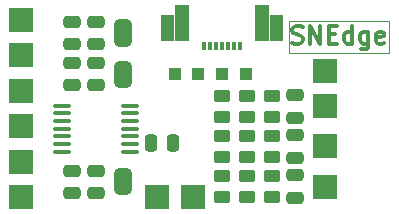
<source format=gbr>
%TF.GenerationSoftware,KiCad,Pcbnew,8.0.4*%
%TF.CreationDate,2024-08-31T12:18:16-06:00*%
%TF.ProjectId,SNEdge,534e4564-6765-42e6-9b69-6361645f7063,rev?*%
%TF.SameCoordinates,Original*%
%TF.FileFunction,Soldermask,Top*%
%TF.FilePolarity,Negative*%
%FSLAX46Y46*%
G04 Gerber Fmt 4.6, Leading zero omitted, Abs format (unit mm)*
G04 Created by KiCad (PCBNEW 8.0.4) date 2024-08-31 12:18:16*
%MOMM*%
%LPD*%
G01*
G04 APERTURE LIST*
G04 Aperture macros list*
%AMRoundRect*
0 Rectangle with rounded corners*
0 $1 Rounding radius*
0 $2 $3 $4 $5 $6 $7 $8 $9 X,Y pos of 4 corners*
0 Add a 4 corners polygon primitive as box body*
4,1,4,$2,$3,$4,$5,$6,$7,$8,$9,$2,$3,0*
0 Add four circle primitives for the rounded corners*
1,1,$1+$1,$2,$3*
1,1,$1+$1,$4,$5*
1,1,$1+$1,$6,$7*
1,1,$1+$1,$8,$9*
0 Add four rect primitives between the rounded corners*
20,1,$1+$1,$2,$3,$4,$5,0*
20,1,$1+$1,$4,$5,$6,$7,0*
20,1,$1+$1,$6,$7,$8,$9,0*
20,1,$1+$1,$8,$9,$2,$3,0*%
%AMFreePoly0*
4,1,19,0.500000,-0.750000,0.000000,-0.750000,0.000000,-0.744911,-0.071157,-0.744911,-0.207708,-0.704816,-0.327430,-0.627875,-0.420627,-0.520320,-0.479746,-0.390866,-0.500000,-0.250000,-0.500000,0.250000,-0.479746,0.390866,-0.420627,0.520320,-0.327430,0.627875,-0.207708,0.704816,-0.071157,0.744911,0.000000,0.744911,0.000000,0.750000,0.500000,0.750000,0.500000,-0.750000,0.500000,-0.750000,
$1*%
%AMFreePoly1*
4,1,19,0.000000,0.744911,0.071157,0.744911,0.207708,0.704816,0.327430,0.627875,0.420627,0.520320,0.479746,0.390866,0.500000,0.250000,0.500000,-0.250000,0.479746,-0.390866,0.420627,-0.520320,0.327430,-0.627875,0.207708,-0.704816,0.071157,-0.744911,0.000000,-0.744911,0.000000,-0.750000,-0.500000,-0.750000,-0.500000,0.750000,0.000000,0.750000,0.000000,0.744911,0.000000,0.744911,
$1*%
G04 Aperture macros list end*
%ADD10C,0.100000*%
%ADD11C,0.300000*%
%ADD12C,0.000000*%
%ADD13FreePoly0,270.000000*%
%ADD14FreePoly1,270.000000*%
%ADD15RoundRect,0.250000X0.475000X-0.250000X0.475000X0.250000X-0.475000X0.250000X-0.475000X-0.250000X0*%
%ADD16R,0.300000X0.800000*%
%ADD17R,1.300000X3.049999*%
%ADD18RoundRect,0.250000X-0.450000X0.262500X-0.450000X-0.262500X0.450000X-0.262500X0.450000X0.262500X0*%
%ADD19R,1.000000X1.000000*%
%ADD20RoundRect,0.250000X-0.475000X0.250000X-0.475000X-0.250000X0.475000X-0.250000X0.475000X0.250000X0*%
%ADD21R,2.000000X2.000000*%
%ADD22RoundRect,0.250000X0.250000X0.475000X-0.250000X0.475000X-0.250000X-0.475000X0.250000X-0.475000X0*%
%ADD23RoundRect,0.250000X0.450000X-0.262500X0.450000X0.262500X-0.450000X0.262500X-0.450000X-0.262500X0*%
%ADD24FreePoly0,90.000000*%
%ADD25FreePoly1,90.000000*%
%ADD26RoundRect,0.100000X-0.637500X-0.100000X0.637500X-0.100000X0.637500X0.100000X-0.637500X0.100000X0*%
G04 APERTURE END LIST*
G36*
X131050000Y-94050000D02*
G01*
X132550000Y-94050000D01*
X132550000Y-94350000D01*
X131050000Y-94350000D01*
X131050000Y-94050000D01*
G37*
G36*
X131050000Y-97550000D02*
G01*
X132550000Y-97550000D01*
X132550000Y-97850000D01*
X131050000Y-97850000D01*
X131050000Y-97550000D01*
G37*
D10*
X145850000Y-93200000D02*
X154344019Y-93200000D01*
X154344019Y-95894019D01*
X145850000Y-95894019D01*
X145850000Y-93200000D01*
G36*
X131050000Y-106650000D02*
G01*
X132550000Y-106650000D01*
X132550000Y-106950000D01*
X131050000Y-106950000D01*
X131050000Y-106650000D01*
G37*
D11*
X146157143Y-95029400D02*
X146371429Y-95100828D01*
X146371429Y-95100828D02*
X146728571Y-95100828D01*
X146728571Y-95100828D02*
X146871429Y-95029400D01*
X146871429Y-95029400D02*
X146942857Y-94957971D01*
X146942857Y-94957971D02*
X147014286Y-94815114D01*
X147014286Y-94815114D02*
X147014286Y-94672257D01*
X147014286Y-94672257D02*
X146942857Y-94529400D01*
X146942857Y-94529400D02*
X146871429Y-94457971D01*
X146871429Y-94457971D02*
X146728571Y-94386542D01*
X146728571Y-94386542D02*
X146442857Y-94315114D01*
X146442857Y-94315114D02*
X146300000Y-94243685D01*
X146300000Y-94243685D02*
X146228571Y-94172257D01*
X146228571Y-94172257D02*
X146157143Y-94029400D01*
X146157143Y-94029400D02*
X146157143Y-93886542D01*
X146157143Y-93886542D02*
X146228571Y-93743685D01*
X146228571Y-93743685D02*
X146300000Y-93672257D01*
X146300000Y-93672257D02*
X146442857Y-93600828D01*
X146442857Y-93600828D02*
X146800000Y-93600828D01*
X146800000Y-93600828D02*
X147014286Y-93672257D01*
X147657142Y-95100828D02*
X147657142Y-93600828D01*
X147657142Y-93600828D02*
X148514285Y-95100828D01*
X148514285Y-95100828D02*
X148514285Y-93600828D01*
X149228571Y-94315114D02*
X149728571Y-94315114D01*
X149942857Y-95100828D02*
X149228571Y-95100828D01*
X149228571Y-95100828D02*
X149228571Y-93600828D01*
X149228571Y-93600828D02*
X149942857Y-93600828D01*
X151228572Y-95100828D02*
X151228572Y-93600828D01*
X151228572Y-95029400D02*
X151085714Y-95100828D01*
X151085714Y-95100828D02*
X150800000Y-95100828D01*
X150800000Y-95100828D02*
X150657143Y-95029400D01*
X150657143Y-95029400D02*
X150585714Y-94957971D01*
X150585714Y-94957971D02*
X150514286Y-94815114D01*
X150514286Y-94815114D02*
X150514286Y-94386542D01*
X150514286Y-94386542D02*
X150585714Y-94243685D01*
X150585714Y-94243685D02*
X150657143Y-94172257D01*
X150657143Y-94172257D02*
X150800000Y-94100828D01*
X150800000Y-94100828D02*
X151085714Y-94100828D01*
X151085714Y-94100828D02*
X151228572Y-94172257D01*
X152585715Y-94100828D02*
X152585715Y-95315114D01*
X152585715Y-95315114D02*
X152514286Y-95457971D01*
X152514286Y-95457971D02*
X152442857Y-95529400D01*
X152442857Y-95529400D02*
X152300000Y-95600828D01*
X152300000Y-95600828D02*
X152085715Y-95600828D01*
X152085715Y-95600828D02*
X151942857Y-95529400D01*
X152585715Y-95029400D02*
X152442857Y-95100828D01*
X152442857Y-95100828D02*
X152157143Y-95100828D01*
X152157143Y-95100828D02*
X152014286Y-95029400D01*
X152014286Y-95029400D02*
X151942857Y-94957971D01*
X151942857Y-94957971D02*
X151871429Y-94815114D01*
X151871429Y-94815114D02*
X151871429Y-94386542D01*
X151871429Y-94386542D02*
X151942857Y-94243685D01*
X151942857Y-94243685D02*
X152014286Y-94172257D01*
X152014286Y-94172257D02*
X152157143Y-94100828D01*
X152157143Y-94100828D02*
X152442857Y-94100828D01*
X152442857Y-94100828D02*
X152585715Y-94172257D01*
X153871429Y-95029400D02*
X153728572Y-95100828D01*
X153728572Y-95100828D02*
X153442858Y-95100828D01*
X153442858Y-95100828D02*
X153300000Y-95029400D01*
X153300000Y-95029400D02*
X153228572Y-94886542D01*
X153228572Y-94886542D02*
X153228572Y-94315114D01*
X153228572Y-94315114D02*
X153300000Y-94172257D01*
X153300000Y-94172257D02*
X153442858Y-94100828D01*
X153442858Y-94100828D02*
X153728572Y-94100828D01*
X153728572Y-94100828D02*
X153871429Y-94172257D01*
X153871429Y-94172257D02*
X153942858Y-94315114D01*
X153942858Y-94315114D02*
X153942858Y-94457971D01*
X153942858Y-94457971D02*
X153228572Y-94600828D01*
D12*
%TO.C,J1*%
G36*
X136150003Y-94900000D02*
G01*
X135050003Y-94900000D01*
X135050003Y-92700000D01*
X136150003Y-92700000D01*
X136150003Y-94900000D01*
G37*
G36*
X145350003Y-94900000D02*
G01*
X144250003Y-94900000D01*
X144250003Y-92700000D01*
X145350003Y-92700000D01*
X145350003Y-94900000D01*
G37*
%TD*%
D13*
%TO.C,JP2*%
X131800000Y-97050000D03*
D14*
X131800000Y-98350000D03*
%TD*%
D15*
%TO.C,C1*%
X129500000Y-107750000D03*
X129500000Y-105850000D03*
%TD*%
%TO.C,C8*%
X146400000Y-104762500D03*
X146400000Y-102862500D03*
%TD*%
D16*
%TO.C,J1*%
X141700000Y-95300000D03*
X141200001Y-95300000D03*
X140699999Y-95300000D03*
X140200000Y-95300000D03*
X139699999Y-95300000D03*
X139200000Y-95300000D03*
X138700001Y-95300000D03*
D17*
X143600000Y-93375000D03*
X136800006Y-93375000D03*
%TD*%
D18*
%TO.C,R3*%
X142300000Y-106300000D03*
X142300000Y-108125000D03*
%TD*%
D15*
%TO.C,C9*%
X146400000Y-108162500D03*
X146400000Y-106262500D03*
%TD*%
D19*
%TO.C,TP9*%
X138200003Y-97700000D03*
%TD*%
D20*
%TO.C,C5*%
X129500000Y-93250000D03*
X129500000Y-95150000D03*
%TD*%
D18*
%TO.C,R9*%
X144400000Y-99500000D03*
X144400000Y-101325000D03*
%TD*%
D21*
%TO.C,TP7*%
X123200000Y-105100000D03*
%TD*%
D15*
%TO.C,C2*%
X127500000Y-107750000D03*
X127500000Y-105850000D03*
%TD*%
D18*
%TO.C,R5*%
X140200000Y-99500000D03*
X140200000Y-101325000D03*
%TD*%
D21*
%TO.C,TP1*%
X134700000Y-108100000D03*
%TD*%
D19*
%TO.C,TP10*%
X140200003Y-97700000D03*
%TD*%
D21*
%TO.C,TP2*%
X137700000Y-108100000D03*
%TD*%
D22*
%TO.C,C7*%
X136050000Y-103500000D03*
X134150000Y-103500000D03*
%TD*%
D18*
%TO.C,R1*%
X142300000Y-102900000D03*
X142300000Y-104725000D03*
%TD*%
D20*
%TO.C,C4*%
X127500000Y-96750000D03*
X127500000Y-98650000D03*
%TD*%
D23*
%TO.C,R4*%
X144400000Y-108125000D03*
X144400000Y-106300000D03*
%TD*%
%TO.C,R8*%
X142300000Y-101325000D03*
X142300000Y-99500000D03*
%TD*%
D20*
%TO.C,C10*%
X146400000Y-99462500D03*
X146400000Y-101362500D03*
%TD*%
D19*
%TO.C,TP11*%
X142200003Y-97700000D03*
%TD*%
%TO.C,TP16*%
X136200000Y-97700000D03*
%TD*%
D21*
%TO.C,TP6*%
X123200000Y-99100000D03*
%TD*%
D24*
%TO.C,JP1*%
X131800000Y-107450000D03*
D25*
X131800000Y-106150000D03*
%TD*%
D23*
%TO.C,R2*%
X144400000Y-104725000D03*
X144400000Y-102900000D03*
%TD*%
D20*
%TO.C,C6*%
X127500000Y-93250000D03*
X127500000Y-95150000D03*
%TD*%
D21*
%TO.C,TP8*%
X123200000Y-108100000D03*
%TD*%
%TO.C,TP14*%
X148900000Y-100412500D03*
%TD*%
%TO.C,TP15*%
X148900000Y-97400000D03*
%TD*%
%TO.C,TP12*%
X148900000Y-103812500D03*
%TD*%
D13*
%TO.C,JP3*%
X131800000Y-93550000D03*
D14*
X131800000Y-94850000D03*
%TD*%
D23*
%TO.C,R7*%
X140200000Y-108125000D03*
X140200000Y-106300000D03*
%TD*%
%TO.C,R6*%
X140200000Y-104725000D03*
X140200000Y-102900000D03*
%TD*%
D26*
%TO.C,U1*%
X126637500Y-100350000D03*
X126637500Y-101000000D03*
X126637500Y-101650000D03*
X126637500Y-102300000D03*
X126637500Y-102950000D03*
X126637500Y-103600000D03*
X126637500Y-104250000D03*
X132362500Y-104250000D03*
X132362500Y-103600000D03*
X132362500Y-102950000D03*
X132362500Y-102300000D03*
X132362500Y-101650000D03*
X132362500Y-101000000D03*
X132362500Y-100350000D03*
%TD*%
D21*
%TO.C,TP13*%
X148900000Y-107212500D03*
%TD*%
%TO.C,TP3*%
X123200000Y-102100000D03*
%TD*%
%TO.C,TP5*%
X123200000Y-93100000D03*
%TD*%
D20*
%TO.C,C3*%
X129500000Y-96750000D03*
X129500000Y-98650000D03*
%TD*%
D21*
%TO.C,TP4*%
X123200000Y-96100000D03*
%TD*%
M02*

</source>
